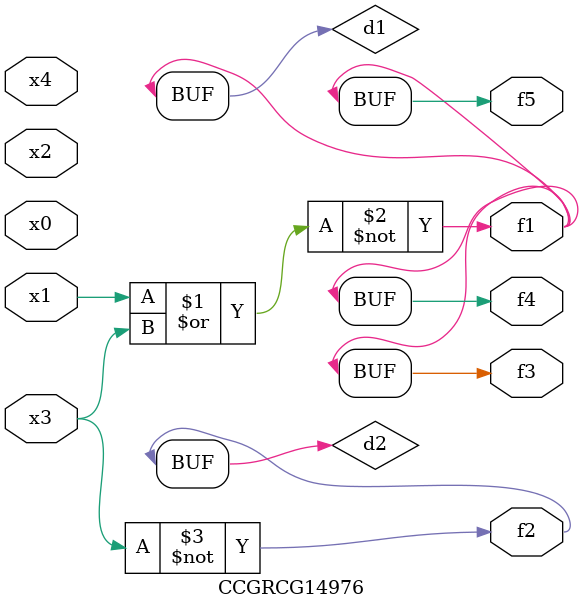
<source format=v>
module CCGRCG14976(
	input x0, x1, x2, x3, x4,
	output f1, f2, f3, f4, f5
);

	wire d1, d2;

	nor (d1, x1, x3);
	not (d2, x3);
	assign f1 = d1;
	assign f2 = d2;
	assign f3 = d1;
	assign f4 = d1;
	assign f5 = d1;
endmodule

</source>
